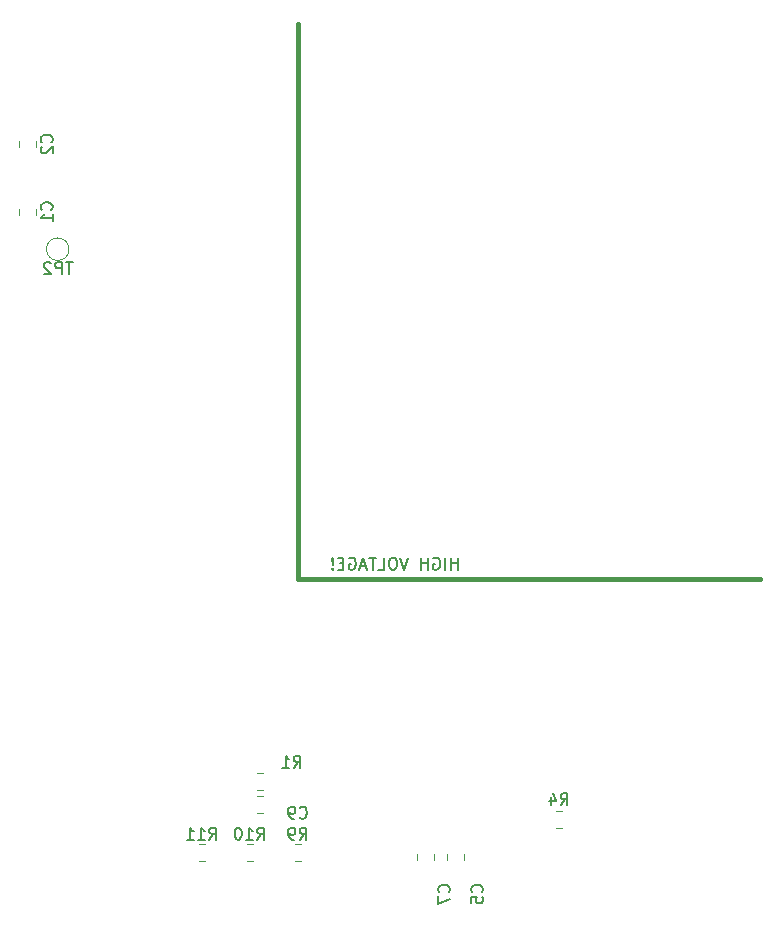
<source format=gbr>
G04 #@! TF.GenerationSoftware,KiCad,Pcbnew,(5.1.5)-3*
G04 #@! TF.CreationDate,2020-05-31T07:49:41+02:00*
G04 #@! TF.ProjectId,hotairpistol,686f7461-6972-4706-9973-746f6c2e6b69,rev?*
G04 #@! TF.SameCoordinates,Original*
G04 #@! TF.FileFunction,Legend,Bot*
G04 #@! TF.FilePolarity,Positive*
%FSLAX46Y46*%
G04 Gerber Fmt 4.6, Leading zero omitted, Abs format (unit mm)*
G04 Created by KiCad (PCBNEW (5.1.5)-3) date 2020-05-31 07:49:41*
%MOMM*%
%LPD*%
G04 APERTURE LIST*
%ADD10C,0.150000*%
%ADD11C,0.400000*%
%ADD12C,0.120000*%
G04 APERTURE END LIST*
D10*
X160860714Y-79192380D02*
X160860714Y-78192380D01*
X160860714Y-78668571D02*
X160289285Y-78668571D01*
X160289285Y-79192380D02*
X160289285Y-78192380D01*
X159813095Y-79192380D02*
X159813095Y-78192380D01*
X158813095Y-78240000D02*
X158908333Y-78192380D01*
X159051190Y-78192380D01*
X159194047Y-78240000D01*
X159289285Y-78335238D01*
X159336904Y-78430476D01*
X159384523Y-78620952D01*
X159384523Y-78763809D01*
X159336904Y-78954285D01*
X159289285Y-79049523D01*
X159194047Y-79144761D01*
X159051190Y-79192380D01*
X158955952Y-79192380D01*
X158813095Y-79144761D01*
X158765476Y-79097142D01*
X158765476Y-78763809D01*
X158955952Y-78763809D01*
X158336904Y-79192380D02*
X158336904Y-78192380D01*
X158336904Y-78668571D02*
X157765476Y-78668571D01*
X157765476Y-79192380D02*
X157765476Y-78192380D01*
X156670238Y-78192380D02*
X156336904Y-79192380D01*
X156003571Y-78192380D01*
X155479761Y-78192380D02*
X155289285Y-78192380D01*
X155194047Y-78240000D01*
X155098809Y-78335238D01*
X155051190Y-78525714D01*
X155051190Y-78859047D01*
X155098809Y-79049523D01*
X155194047Y-79144761D01*
X155289285Y-79192380D01*
X155479761Y-79192380D01*
X155575000Y-79144761D01*
X155670238Y-79049523D01*
X155717857Y-78859047D01*
X155717857Y-78525714D01*
X155670238Y-78335238D01*
X155575000Y-78240000D01*
X155479761Y-78192380D01*
X154146428Y-79192380D02*
X154622619Y-79192380D01*
X154622619Y-78192380D01*
X153955952Y-78192380D02*
X153384523Y-78192380D01*
X153670238Y-79192380D02*
X153670238Y-78192380D01*
X153098809Y-78906666D02*
X152622619Y-78906666D01*
X153194047Y-79192380D02*
X152860714Y-78192380D01*
X152527380Y-79192380D01*
X151670238Y-78240000D02*
X151765476Y-78192380D01*
X151908333Y-78192380D01*
X152051190Y-78240000D01*
X152146428Y-78335238D01*
X152194047Y-78430476D01*
X152241666Y-78620952D01*
X152241666Y-78763809D01*
X152194047Y-78954285D01*
X152146428Y-79049523D01*
X152051190Y-79144761D01*
X151908333Y-79192380D01*
X151813095Y-79192380D01*
X151670238Y-79144761D01*
X151622619Y-79097142D01*
X151622619Y-78763809D01*
X151813095Y-78763809D01*
X151194047Y-78668571D02*
X150860714Y-78668571D01*
X150717857Y-79192380D02*
X151194047Y-79192380D01*
X151194047Y-78192380D01*
X150717857Y-78192380D01*
X150289285Y-79097142D02*
X150241666Y-79144761D01*
X150289285Y-79192380D01*
X150336904Y-79144761D01*
X150289285Y-79097142D01*
X150289285Y-79192380D01*
X150289285Y-78811428D02*
X150336904Y-78240000D01*
X150289285Y-78192380D01*
X150241666Y-78240000D01*
X150289285Y-78811428D01*
X150289285Y-78192380D01*
D11*
X147320000Y-80010000D02*
X147320000Y-33020000D01*
X186436000Y-80010000D02*
X147320000Y-80010000D01*
D12*
X143883748Y-96445000D02*
X144406252Y-96445000D01*
X143883748Y-97865000D02*
X144406252Y-97865000D01*
X169679252Y-101040000D02*
X169156748Y-101040000D01*
X169679252Y-99620000D02*
X169156748Y-99620000D01*
X147058748Y-102414000D02*
X147581252Y-102414000D01*
X147058748Y-103834000D02*
X147581252Y-103834000D01*
X143517252Y-103834000D02*
X142994748Y-103834000D01*
X143517252Y-102414000D02*
X142994748Y-102414000D01*
X127950000Y-52070000D02*
G75*
G03X127950000Y-52070000I-950000J0D01*
G01*
X144406252Y-99770000D02*
X143883748Y-99770000D01*
X144406252Y-98350000D02*
X143883748Y-98350000D01*
X123750000Y-49156252D02*
X123750000Y-48633748D01*
X125170000Y-49156252D02*
X125170000Y-48633748D01*
X123750000Y-43441252D02*
X123750000Y-42918748D01*
X125170000Y-43441252D02*
X125170000Y-42918748D01*
X159945000Y-103766252D02*
X159945000Y-103243748D01*
X161365000Y-103766252D02*
X161365000Y-103243748D01*
X157405000Y-103766252D02*
X157405000Y-103243748D01*
X158825000Y-103766252D02*
X158825000Y-103243748D01*
X138930748Y-102414000D02*
X139453252Y-102414000D01*
X138930748Y-103834000D02*
X139453252Y-103834000D01*
D10*
X146978666Y-95956380D02*
X147312000Y-95480190D01*
X147550095Y-95956380D02*
X147550095Y-94956380D01*
X147169142Y-94956380D01*
X147073904Y-95004000D01*
X147026285Y-95051619D01*
X146978666Y-95146857D01*
X146978666Y-95289714D01*
X147026285Y-95384952D01*
X147073904Y-95432571D01*
X147169142Y-95480190D01*
X147550095Y-95480190D01*
X146026285Y-95956380D02*
X146597714Y-95956380D01*
X146312000Y-95956380D02*
X146312000Y-94956380D01*
X146407238Y-95099238D01*
X146502476Y-95194476D01*
X146597714Y-95242095D01*
X169584666Y-99132380D02*
X169918000Y-98656190D01*
X170156095Y-99132380D02*
X170156095Y-98132380D01*
X169775142Y-98132380D01*
X169679904Y-98180000D01*
X169632285Y-98227619D01*
X169584666Y-98322857D01*
X169584666Y-98465714D01*
X169632285Y-98560952D01*
X169679904Y-98608571D01*
X169775142Y-98656190D01*
X170156095Y-98656190D01*
X168727523Y-98465714D02*
X168727523Y-99132380D01*
X168965619Y-98084761D02*
X169203714Y-98799047D01*
X168584666Y-98799047D01*
X147486666Y-102052380D02*
X147820000Y-101576190D01*
X148058095Y-102052380D02*
X148058095Y-101052380D01*
X147677142Y-101052380D01*
X147581904Y-101100000D01*
X147534285Y-101147619D01*
X147486666Y-101242857D01*
X147486666Y-101385714D01*
X147534285Y-101480952D01*
X147581904Y-101528571D01*
X147677142Y-101576190D01*
X148058095Y-101576190D01*
X147010476Y-102052380D02*
X146820000Y-102052380D01*
X146724761Y-102004761D01*
X146677142Y-101957142D01*
X146581904Y-101814285D01*
X146534285Y-101623809D01*
X146534285Y-101242857D01*
X146581904Y-101147619D01*
X146629523Y-101100000D01*
X146724761Y-101052380D01*
X146915238Y-101052380D01*
X147010476Y-101100000D01*
X147058095Y-101147619D01*
X147105714Y-101242857D01*
X147105714Y-101480952D01*
X147058095Y-101576190D01*
X147010476Y-101623809D01*
X146915238Y-101671428D01*
X146724761Y-101671428D01*
X146629523Y-101623809D01*
X146581904Y-101576190D01*
X146534285Y-101480952D01*
X143898857Y-102052380D02*
X144232190Y-101576190D01*
X144470285Y-102052380D02*
X144470285Y-101052380D01*
X144089333Y-101052380D01*
X143994095Y-101100000D01*
X143946476Y-101147619D01*
X143898857Y-101242857D01*
X143898857Y-101385714D01*
X143946476Y-101480952D01*
X143994095Y-101528571D01*
X144089333Y-101576190D01*
X144470285Y-101576190D01*
X142946476Y-102052380D02*
X143517904Y-102052380D01*
X143232190Y-102052380D02*
X143232190Y-101052380D01*
X143327428Y-101195238D01*
X143422666Y-101290476D01*
X143517904Y-101338095D01*
X142327428Y-101052380D02*
X142232190Y-101052380D01*
X142136952Y-101100000D01*
X142089333Y-101147619D01*
X142041714Y-101242857D01*
X141994095Y-101433333D01*
X141994095Y-101671428D01*
X142041714Y-101861904D01*
X142089333Y-101957142D01*
X142136952Y-102004761D01*
X142232190Y-102052380D01*
X142327428Y-102052380D01*
X142422666Y-102004761D01*
X142470285Y-101957142D01*
X142517904Y-101861904D01*
X142565523Y-101671428D01*
X142565523Y-101433333D01*
X142517904Y-101242857D01*
X142470285Y-101147619D01*
X142422666Y-101100000D01*
X142327428Y-101052380D01*
X128261904Y-53170380D02*
X127690476Y-53170380D01*
X127976190Y-54170380D02*
X127976190Y-53170380D01*
X127357142Y-54170380D02*
X127357142Y-53170380D01*
X126976190Y-53170380D01*
X126880952Y-53218000D01*
X126833333Y-53265619D01*
X126785714Y-53360857D01*
X126785714Y-53503714D01*
X126833333Y-53598952D01*
X126880952Y-53646571D01*
X126976190Y-53694190D01*
X127357142Y-53694190D01*
X126404761Y-53265619D02*
X126357142Y-53218000D01*
X126261904Y-53170380D01*
X126023809Y-53170380D01*
X125928571Y-53218000D01*
X125880952Y-53265619D01*
X125833333Y-53360857D01*
X125833333Y-53456095D01*
X125880952Y-53598952D01*
X126452380Y-54170380D01*
X125833333Y-54170380D01*
X147486666Y-100179142D02*
X147534285Y-100226761D01*
X147677142Y-100274380D01*
X147772380Y-100274380D01*
X147915238Y-100226761D01*
X148010476Y-100131523D01*
X148058095Y-100036285D01*
X148105714Y-99845809D01*
X148105714Y-99702952D01*
X148058095Y-99512476D01*
X148010476Y-99417238D01*
X147915238Y-99322000D01*
X147772380Y-99274380D01*
X147677142Y-99274380D01*
X147534285Y-99322000D01*
X147486666Y-99369619D01*
X147010476Y-100274380D02*
X146820000Y-100274380D01*
X146724761Y-100226761D01*
X146677142Y-100179142D01*
X146581904Y-100036285D01*
X146534285Y-99845809D01*
X146534285Y-99464857D01*
X146581904Y-99369619D01*
X146629523Y-99322000D01*
X146724761Y-99274380D01*
X146915238Y-99274380D01*
X147010476Y-99322000D01*
X147058095Y-99369619D01*
X147105714Y-99464857D01*
X147105714Y-99702952D01*
X147058095Y-99798190D01*
X147010476Y-99845809D01*
X146915238Y-99893428D01*
X146724761Y-99893428D01*
X146629523Y-99845809D01*
X146581904Y-99798190D01*
X146534285Y-99702952D01*
X126467142Y-48728333D02*
X126514761Y-48680714D01*
X126562380Y-48537857D01*
X126562380Y-48442619D01*
X126514761Y-48299761D01*
X126419523Y-48204523D01*
X126324285Y-48156904D01*
X126133809Y-48109285D01*
X125990952Y-48109285D01*
X125800476Y-48156904D01*
X125705238Y-48204523D01*
X125610000Y-48299761D01*
X125562380Y-48442619D01*
X125562380Y-48537857D01*
X125610000Y-48680714D01*
X125657619Y-48728333D01*
X126562380Y-49680714D02*
X126562380Y-49109285D01*
X126562380Y-49395000D02*
X125562380Y-49395000D01*
X125705238Y-49299761D01*
X125800476Y-49204523D01*
X125848095Y-49109285D01*
X126467142Y-43013333D02*
X126514761Y-42965714D01*
X126562380Y-42822857D01*
X126562380Y-42727619D01*
X126514761Y-42584761D01*
X126419523Y-42489523D01*
X126324285Y-42441904D01*
X126133809Y-42394285D01*
X125990952Y-42394285D01*
X125800476Y-42441904D01*
X125705238Y-42489523D01*
X125610000Y-42584761D01*
X125562380Y-42727619D01*
X125562380Y-42822857D01*
X125610000Y-42965714D01*
X125657619Y-43013333D01*
X125657619Y-43394285D02*
X125610000Y-43441904D01*
X125562380Y-43537142D01*
X125562380Y-43775238D01*
X125610000Y-43870476D01*
X125657619Y-43918095D01*
X125752857Y-43965714D01*
X125848095Y-43965714D01*
X125990952Y-43918095D01*
X126562380Y-43346666D01*
X126562380Y-43965714D01*
X162917142Y-106513333D02*
X162964761Y-106465714D01*
X163012380Y-106322857D01*
X163012380Y-106227619D01*
X162964761Y-106084761D01*
X162869523Y-105989523D01*
X162774285Y-105941904D01*
X162583809Y-105894285D01*
X162440952Y-105894285D01*
X162250476Y-105941904D01*
X162155238Y-105989523D01*
X162060000Y-106084761D01*
X162012380Y-106227619D01*
X162012380Y-106322857D01*
X162060000Y-106465714D01*
X162107619Y-106513333D01*
X162012380Y-107418095D02*
X162012380Y-106941904D01*
X162488571Y-106894285D01*
X162440952Y-106941904D01*
X162393333Y-107037142D01*
X162393333Y-107275238D01*
X162440952Y-107370476D01*
X162488571Y-107418095D01*
X162583809Y-107465714D01*
X162821904Y-107465714D01*
X162917142Y-107418095D01*
X162964761Y-107370476D01*
X163012380Y-107275238D01*
X163012380Y-107037142D01*
X162964761Y-106941904D01*
X162917142Y-106894285D01*
X160122142Y-106513333D02*
X160169761Y-106465714D01*
X160217380Y-106322857D01*
X160217380Y-106227619D01*
X160169761Y-106084761D01*
X160074523Y-105989523D01*
X159979285Y-105941904D01*
X159788809Y-105894285D01*
X159645952Y-105894285D01*
X159455476Y-105941904D01*
X159360238Y-105989523D01*
X159265000Y-106084761D01*
X159217380Y-106227619D01*
X159217380Y-106322857D01*
X159265000Y-106465714D01*
X159312619Y-106513333D01*
X159217380Y-106846666D02*
X159217380Y-107513333D01*
X160217380Y-107084761D01*
X139834857Y-102052380D02*
X140168190Y-101576190D01*
X140406285Y-102052380D02*
X140406285Y-101052380D01*
X140025333Y-101052380D01*
X139930095Y-101100000D01*
X139882476Y-101147619D01*
X139834857Y-101242857D01*
X139834857Y-101385714D01*
X139882476Y-101480952D01*
X139930095Y-101528571D01*
X140025333Y-101576190D01*
X140406285Y-101576190D01*
X138882476Y-102052380D02*
X139453904Y-102052380D01*
X139168190Y-102052380D02*
X139168190Y-101052380D01*
X139263428Y-101195238D01*
X139358666Y-101290476D01*
X139453904Y-101338095D01*
X137930095Y-102052380D02*
X138501523Y-102052380D01*
X138215809Y-102052380D02*
X138215809Y-101052380D01*
X138311047Y-101195238D01*
X138406285Y-101290476D01*
X138501523Y-101338095D01*
M02*

</source>
